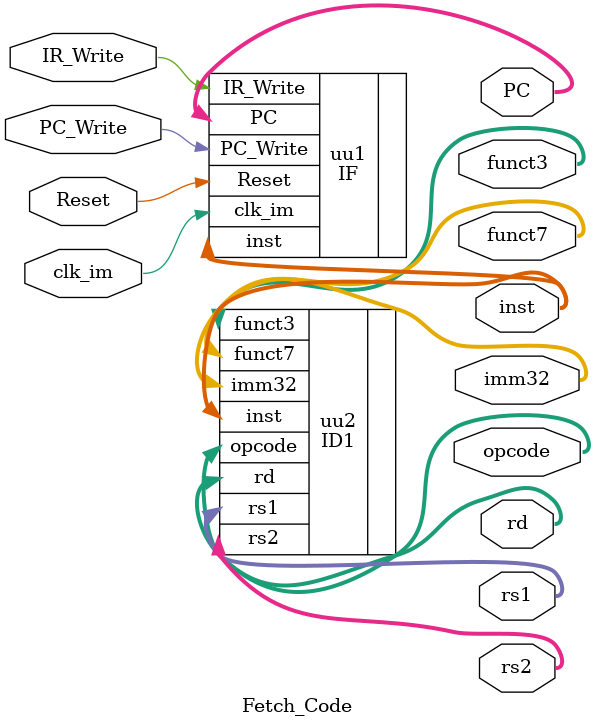
<source format=v>
module Fetch_Code(IR_Write,PC_Write,Reset,clk_im,rs1,rs2,rd,opcode,funct3,funct7,PC,inst,imm32);
input IR_Write,PC_Write,clk_im,Reset;
output [4:0] rs1,rs2,rd;
output [6:0] opcode,funct7;
output [2:0] funct3;
output [31:0] PC,imm32,inst;
IF uu1(
    .Reset(Reset),
    .IR_Write(IR_Write),
    .PC_Write(PC_Write),
    .clk_im(clk_im),
    .PC(PC),
    .inst(inst)
);
ID1 uu2(
    .inst(inst),
    .rs1(rs1),
    .rs2(rs2),
    .rd(rd),
    .opcode(opcode),
    .funct3(funct3),
    .funct7(funct7),
    .imm32(imm32)
);
endmodule

</source>
